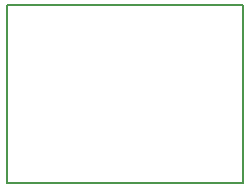
<source format=gm1>
G04 #@! TF.FileFunction,Profile,NP*
%FSLAX46Y46*%
G04 Gerber Fmt 4.6, Leading zero omitted, Abs format (unit mm)*
G04 Created by KiCad (PCBNEW 4.0.1-stable) date 2017/04/29 18:05:00*
%MOMM*%
G01*
G04 APERTURE LIST*
%ADD10C,0.100000*%
%ADD11C,0.150000*%
G04 APERTURE END LIST*
D10*
D11*
X140000000Y-119000000D02*
X140000000Y-104000000D01*
X160000000Y-119000000D02*
X140000000Y-119000000D01*
X160000000Y-104000000D02*
X160000000Y-119000000D01*
X140000000Y-104000000D02*
X160000000Y-104000000D01*
M02*

</source>
